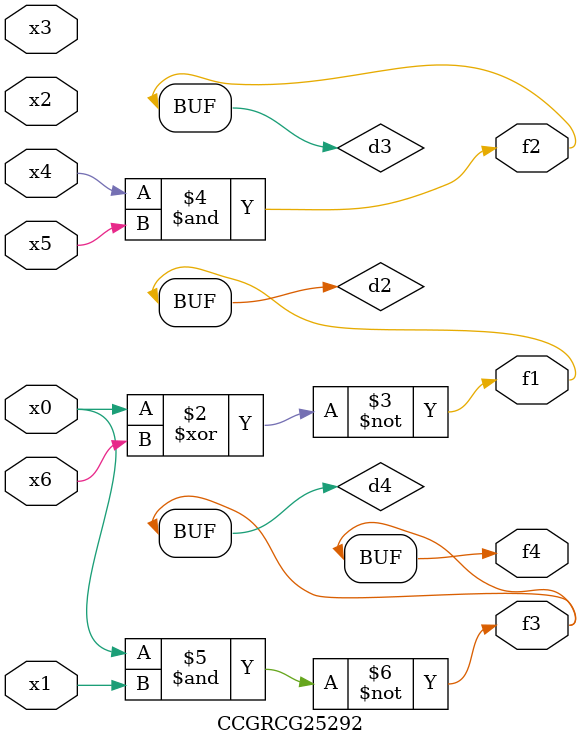
<source format=v>
module CCGRCG25292(
	input x0, x1, x2, x3, x4, x5, x6,
	output f1, f2, f3, f4
);

	wire d1, d2, d3, d4;

	nor (d1, x0);
	xnor (d2, x0, x6);
	and (d3, x4, x5);
	nand (d4, x0, x1);
	assign f1 = d2;
	assign f2 = d3;
	assign f3 = d4;
	assign f4 = d4;
endmodule

</source>
